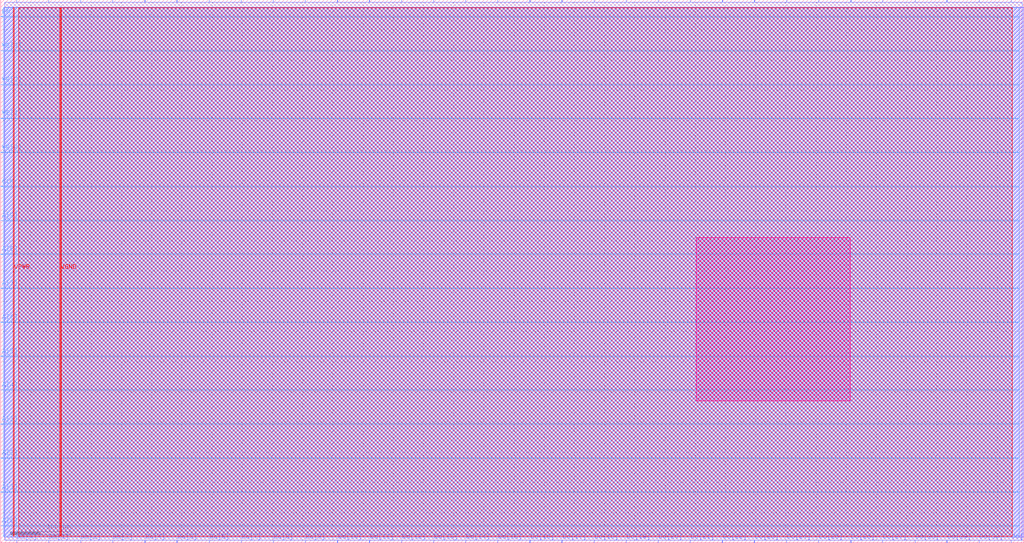
<source format=lef>
VERSION 5.7 ;
  NOWIREEXTENSIONATPIN ON ;
  DIVIDERCHAR "/" ;
  BUSBITCHARS "[]" ;
MACRO DFFRAM_4k
  CLASS BLOCK ;
  FOREIGN DFFRAM_4k ;
  ORIGIN 0.000 0.000 ;
  SIZE 1694.370 BY 900.000 ;
  PIN A[0]
    DIRECTION INPUT ;
    PORT
      LAYER met3 ;
        RECT 0.000 27.920 4.000 28.520 ;
    END
  END A[0]
  PIN A[1]
    DIRECTION INPUT ;
    PORT
      LAYER met3 ;
        RECT 0.000 83.680 4.000 84.280 ;
    END
  END A[1]
  PIN A[2]
    DIRECTION INPUT ;
    PORT
      LAYER met3 ;
        RECT 0.000 140.120 4.000 140.720 ;
    END
  END A[2]
  PIN A[3]
    DIRECTION INPUT ;
    PORT
      LAYER met3 ;
        RECT 0.000 196.560 4.000 197.160 ;
    END
  END A[3]
  PIN A[4]
    DIRECTION INPUT ;
    PORT
      LAYER met3 ;
        RECT 0.000 253.000 4.000 253.600 ;
    END
  END A[4]
  PIN A[5]
    DIRECTION INPUT ;
    PORT
      LAYER met3 ;
        RECT 0.000 308.760 4.000 309.360 ;
    END
  END A[5]
  PIN A[6]
    DIRECTION INPUT ;
    PORT
      LAYER met3 ;
        RECT 0.000 365.200 4.000 365.800 ;
    END
  END A[6]
  PIN A[7]
    DIRECTION INPUT ;
    PORT
      LAYER met3 ;
        RECT 0.000 421.640 4.000 422.240 ;
    END
  END A[7]
  PIN A[8]
    DIRECTION INPUT ;
    PORT
      LAYER met3 ;
        RECT 0.000 478.080 4.000 478.680 ;
    END
  END A[8]
  PIN A[9]
    DIRECTION INPUT ;
    PORT
      LAYER met3 ;
        RECT 0.000 533.840 4.000 534.440 ;
    END
  END A[9]
  PIN CLK
    DIRECTION INPUT ;
    PORT
      LAYER met3 ;
        RECT 0.000 590.280 4.000 590.880 ;
    END
  END CLK
  PIN Di[0]
    DIRECTION INPUT ;
    PORT
      LAYER met2 ;
        RECT 26.310 896.000 26.590 900.000 ;
    END
  END Di[0]
  PIN Di[10]
    DIRECTION INPUT ;
    PORT
      LAYER met2 ;
        RECT 557.610 896.000 557.890 900.000 ;
    END
  END Di[10]
  PIN Di[11]
    DIRECTION INPUT ;
    PORT
      LAYER met2 ;
        RECT 610.510 896.000 610.790 900.000 ;
    END
  END Di[11]
  PIN Di[12]
    DIRECTION INPUT ;
    PORT
      LAYER met2 ;
        RECT 663.870 896.000 664.150 900.000 ;
    END
  END Di[12]
  PIN Di[13]
    DIRECTION INPUT ;
    PORT
      LAYER met2 ;
        RECT 716.770 896.000 717.050 900.000 ;
    END
  END Di[13]
  PIN Di[14]
    DIRECTION INPUT ;
    PORT
      LAYER met2 ;
        RECT 770.130 896.000 770.410 900.000 ;
    END
  END Di[14]
  PIN Di[15]
    DIRECTION INPUT ;
    PORT
      LAYER met2 ;
        RECT 823.030 896.000 823.310 900.000 ;
    END
  END Di[15]
  PIN Di[16]
    DIRECTION INPUT ;
    PORT
      LAYER met2 ;
        RECT 876.390 896.000 876.670 900.000 ;
    END
  END Di[16]
  PIN Di[17]
    DIRECTION INPUT ;
    PORT
      LAYER met2 ;
        RECT 929.290 896.000 929.570 900.000 ;
    END
  END Di[17]
  PIN Di[18]
    DIRECTION INPUT ;
    PORT
      LAYER met2 ;
        RECT 982.650 896.000 982.930 900.000 ;
    END
  END Di[18]
  PIN Di[19]
    DIRECTION INPUT ;
    PORT
      LAYER met2 ;
        RECT 1035.550 896.000 1035.830 900.000 ;
    END
  END Di[19]
  PIN Di[1]
    DIRECTION INPUT ;
    PORT
      LAYER met2 ;
        RECT 79.210 896.000 79.490 900.000 ;
    END
  END Di[1]
  PIN Di[20]
    DIRECTION INPUT ;
    PORT
      LAYER met2 ;
        RECT 1088.910 896.000 1089.190 900.000 ;
    END
  END Di[20]
  PIN Di[21]
    DIRECTION INPUT ;
    PORT
      LAYER met2 ;
        RECT 1141.810 896.000 1142.090 900.000 ;
    END
  END Di[21]
  PIN Di[22]
    DIRECTION INPUT ;
    PORT
      LAYER met2 ;
        RECT 1195.170 896.000 1195.450 900.000 ;
    END
  END Di[22]
  PIN Di[23]
    DIRECTION INPUT ;
    PORT
      LAYER met2 ;
        RECT 1248.070 896.000 1248.350 900.000 ;
    END
  END Di[23]
  PIN Di[24]
    DIRECTION INPUT ;
    PORT
      LAYER met2 ;
        RECT 1301.430 896.000 1301.710 900.000 ;
    END
  END Di[24]
  PIN Di[25]
    DIRECTION INPUT ;
    PORT
      LAYER met2 ;
        RECT 1354.330 896.000 1354.610 900.000 ;
    END
  END Di[25]
  PIN Di[26]
    DIRECTION INPUT ;
    PORT
      LAYER met2 ;
        RECT 1407.690 896.000 1407.970 900.000 ;
    END
  END Di[26]
  PIN Di[27]
    DIRECTION INPUT ;
    PORT
      LAYER met2 ;
        RECT 1460.590 896.000 1460.870 900.000 ;
    END
  END Di[27]
  PIN Di[28]
    DIRECTION INPUT ;
    PORT
      LAYER met2 ;
        RECT 1513.950 896.000 1514.230 900.000 ;
    END
  END Di[28]
  PIN Di[29]
    DIRECTION INPUT ;
    PORT
      LAYER met2 ;
        RECT 1566.850 896.000 1567.130 900.000 ;
    END
  END Di[29]
  PIN Di[2]
    DIRECTION INPUT ;
    PORT
      LAYER met2 ;
        RECT 132.570 896.000 132.850 900.000 ;
    END
  END Di[2]
  PIN Di[30]
    DIRECTION INPUT ;
    PORT
      LAYER met2 ;
        RECT 1620.210 896.000 1620.490 900.000 ;
    END
  END Di[30]
  PIN Di[31]
    DIRECTION INPUT ;
    PORT
      LAYER met2 ;
        RECT 1673.110 896.000 1673.390 900.000 ;
    END
  END Di[31]
  PIN Di[3]
    DIRECTION INPUT ;
    PORT
      LAYER met2 ;
        RECT 185.470 896.000 185.750 900.000 ;
    END
  END Di[3]
  PIN Di[4]
    DIRECTION INPUT ;
    PORT
      LAYER met2 ;
        RECT 238.830 896.000 239.110 900.000 ;
    END
  END Di[4]
  PIN Di[5]
    DIRECTION INPUT ;
    PORT
      LAYER met2 ;
        RECT 291.730 896.000 292.010 900.000 ;
    END
  END Di[5]
  PIN Di[6]
    DIRECTION INPUT ;
    PORT
      LAYER met2 ;
        RECT 345.090 896.000 345.370 900.000 ;
    END
  END Di[6]
  PIN Di[7]
    DIRECTION INPUT ;
    PORT
      LAYER met2 ;
        RECT 397.990 896.000 398.270 900.000 ;
    END
  END Di[7]
  PIN Di[8]
    DIRECTION INPUT ;
    PORT
      LAYER met2 ;
        RECT 451.350 896.000 451.630 900.000 ;
    END
  END Di[8]
  PIN Di[9]
    DIRECTION INPUT ;
    PORT
      LAYER met2 ;
        RECT 504.250 896.000 504.530 900.000 ;
    END
  END Di[9]
  PIN Do[0]
    DIRECTION OUTPUT TRISTATE ;
    PORT
      LAYER met2 ;
        RECT 26.310 0.000 26.590 4.000 ;
    END
  END Do[0]
  PIN Do[10]
    DIRECTION OUTPUT TRISTATE ;
    PORT
      LAYER met2 ;
        RECT 557.610 0.000 557.890 4.000 ;
    END
  END Do[10]
  PIN Do[11]
    DIRECTION OUTPUT TRISTATE ;
    PORT
      LAYER met2 ;
        RECT 610.510 0.000 610.790 4.000 ;
    END
  END Do[11]
  PIN Do[12]
    DIRECTION OUTPUT TRISTATE ;
    PORT
      LAYER met2 ;
        RECT 663.870 0.000 664.150 4.000 ;
    END
  END Do[12]
  PIN Do[13]
    DIRECTION OUTPUT TRISTATE ;
    PORT
      LAYER met2 ;
        RECT 716.770 0.000 717.050 4.000 ;
    END
  END Do[13]
  PIN Do[14]
    DIRECTION OUTPUT TRISTATE ;
    PORT
      LAYER met2 ;
        RECT 770.130 0.000 770.410 4.000 ;
    END
  END Do[14]
  PIN Do[15]
    DIRECTION OUTPUT TRISTATE ;
    PORT
      LAYER met2 ;
        RECT 823.030 0.000 823.310 4.000 ;
    END
  END Do[15]
  PIN Do[16]
    DIRECTION OUTPUT TRISTATE ;
    PORT
      LAYER met2 ;
        RECT 876.390 0.000 876.670 4.000 ;
    END
  END Do[16]
  PIN Do[17]
    DIRECTION OUTPUT TRISTATE ;
    PORT
      LAYER met2 ;
        RECT 929.290 0.000 929.570 4.000 ;
    END
  END Do[17]
  PIN Do[18]
    DIRECTION OUTPUT TRISTATE ;
    PORT
      LAYER met2 ;
        RECT 982.650 0.000 982.930 4.000 ;
    END
  END Do[18]
  PIN Do[19]
    DIRECTION OUTPUT TRISTATE ;
    PORT
      LAYER met2 ;
        RECT 1035.550 0.000 1035.830 4.000 ;
    END
  END Do[19]
  PIN Do[1]
    DIRECTION OUTPUT TRISTATE ;
    PORT
      LAYER met2 ;
        RECT 79.210 0.000 79.490 4.000 ;
    END
  END Do[1]
  PIN Do[20]
    DIRECTION OUTPUT TRISTATE ;
    PORT
      LAYER met2 ;
        RECT 1088.910 0.000 1089.190 4.000 ;
    END
  END Do[20]
  PIN Do[21]
    DIRECTION OUTPUT TRISTATE ;
    PORT
      LAYER met2 ;
        RECT 1141.810 0.000 1142.090 4.000 ;
    END
  END Do[21]
  PIN Do[22]
    DIRECTION OUTPUT TRISTATE ;
    PORT
      LAYER met2 ;
        RECT 1195.170 0.000 1195.450 4.000 ;
    END
  END Do[22]
  PIN Do[23]
    DIRECTION OUTPUT TRISTATE ;
    PORT
      LAYER met2 ;
        RECT 1248.070 0.000 1248.350 4.000 ;
    END
  END Do[23]
  PIN Do[24]
    DIRECTION OUTPUT TRISTATE ;
    PORT
      LAYER met2 ;
        RECT 1301.430 0.000 1301.710 4.000 ;
    END
  END Do[24]
  PIN Do[25]
    DIRECTION OUTPUT TRISTATE ;
    PORT
      LAYER met2 ;
        RECT 1354.330 0.000 1354.610 4.000 ;
    END
  END Do[25]
  PIN Do[26]
    DIRECTION OUTPUT TRISTATE ;
    PORT
      LAYER met2 ;
        RECT 1407.690 0.000 1407.970 4.000 ;
    END
  END Do[26]
  PIN Do[27]
    DIRECTION OUTPUT TRISTATE ;
    PORT
      LAYER met2 ;
        RECT 1460.590 0.000 1460.870 4.000 ;
    END
  END Do[27]
  PIN Do[28]
    DIRECTION OUTPUT TRISTATE ;
    PORT
      LAYER met2 ;
        RECT 1513.950 0.000 1514.230 4.000 ;
    END
  END Do[28]
  PIN Do[29]
    DIRECTION OUTPUT TRISTATE ;
    PORT
      LAYER met2 ;
        RECT 1566.850 0.000 1567.130 4.000 ;
    END
  END Do[29]
  PIN Do[2]
    DIRECTION OUTPUT TRISTATE ;
    PORT
      LAYER met2 ;
        RECT 132.570 0.000 132.850 4.000 ;
    END
  END Do[2]
  PIN Do[30]
    DIRECTION OUTPUT TRISTATE ;
    PORT
      LAYER met2 ;
        RECT 1620.210 0.000 1620.490 4.000 ;
    END
  END Do[30]
  PIN Do[31]
    DIRECTION OUTPUT TRISTATE ;
    PORT
      LAYER met2 ;
        RECT 1673.110 0.000 1673.390 4.000 ;
    END
  END Do[31]
  PIN Do[3]
    DIRECTION OUTPUT TRISTATE ;
    PORT
      LAYER met2 ;
        RECT 185.470 0.000 185.750 4.000 ;
    END
  END Do[3]
  PIN Do[4]
    DIRECTION OUTPUT TRISTATE ;
    PORT
      LAYER met2 ;
        RECT 238.830 0.000 239.110 4.000 ;
    END
  END Do[4]
  PIN Do[5]
    DIRECTION OUTPUT TRISTATE ;
    PORT
      LAYER met2 ;
        RECT 291.730 0.000 292.010 4.000 ;
    END
  END Do[5]
  PIN Do[6]
    DIRECTION OUTPUT TRISTATE ;
    PORT
      LAYER met2 ;
        RECT 345.090 0.000 345.370 4.000 ;
    END
  END Do[6]
  PIN Do[7]
    DIRECTION OUTPUT TRISTATE ;
    PORT
      LAYER met2 ;
        RECT 397.990 0.000 398.270 4.000 ;
    END
  END Do[7]
  PIN Do[8]
    DIRECTION OUTPUT TRISTATE ;
    PORT
      LAYER met2 ;
        RECT 451.350 0.000 451.630 4.000 ;
    END
  END Do[8]
  PIN Do[9]
    DIRECTION OUTPUT TRISTATE ;
    PORT
      LAYER met2 ;
        RECT 504.250 0.000 504.530 4.000 ;
    END
  END Do[9]
  PIN EN
    DIRECTION INPUT ;
    PORT
      LAYER met3 ;
        RECT 0.000 871.800 4.000 872.400 ;
    END
  END EN
  PIN WE[0]
    DIRECTION INPUT ;
    PORT
      LAYER met3 ;
        RECT 0.000 646.720 4.000 647.320 ;
    END
  END WE[0]
  PIN WE[1]
    DIRECTION INPUT ;
    PORT
      LAYER met3 ;
        RECT 0.000 703.160 4.000 703.760 ;
    END
  END WE[1]
  PIN WE[2]
    DIRECTION INPUT ;
    PORT
      LAYER met3 ;
        RECT 0.000 758.920 4.000 759.520 ;
    END
  END WE[2]
  PIN WE[3]
    DIRECTION INPUT ;
    PORT
      LAYER met3 ;
        RECT 0.000 815.360 4.000 815.960 ;
    END
  END WE[3]
  PIN VPWR
    DIRECTION INPUT ;
    USE POWER ;
    PORT
      LAYER met4 ;
        RECT 21.040 10.640 22.640 886.960 ;
    END
  END VPWR
  PIN VGND
    DIRECTION INPUT ;
    USE GROUND ;
    PORT
      LAYER met4 ;
        RECT 97.840 10.640 99.440 886.960 ;
    END
  END VGND
  OBS
      LAYER li1 ;
        RECT 5.520 10.795 1694.180 886.805 ;
      LAYER met1 ;
        RECT 5.520 8.880 1694.180 887.360 ;
      LAYER met2 ;
        RECT 7.000 895.720 26.030 896.000 ;
        RECT 26.870 895.720 78.930 896.000 ;
        RECT 79.770 895.720 132.290 896.000 ;
        RECT 133.130 895.720 185.190 896.000 ;
        RECT 186.030 895.720 238.550 896.000 ;
        RECT 239.390 895.720 291.450 896.000 ;
        RECT 292.290 895.720 344.810 896.000 ;
        RECT 345.650 895.720 397.710 896.000 ;
        RECT 398.550 895.720 451.070 896.000 ;
        RECT 451.910 895.720 503.970 896.000 ;
        RECT 504.810 895.720 557.330 896.000 ;
        RECT 558.170 895.720 610.230 896.000 ;
        RECT 611.070 895.720 663.590 896.000 ;
        RECT 664.430 895.720 716.490 896.000 ;
        RECT 717.330 895.720 769.850 896.000 ;
        RECT 770.690 895.720 822.750 896.000 ;
        RECT 823.590 895.720 876.110 896.000 ;
        RECT 876.950 895.720 929.010 896.000 ;
        RECT 929.850 895.720 982.370 896.000 ;
        RECT 983.210 895.720 1035.270 896.000 ;
        RECT 1036.110 895.720 1088.630 896.000 ;
        RECT 1089.470 895.720 1141.530 896.000 ;
        RECT 1142.370 895.720 1194.890 896.000 ;
        RECT 1195.730 895.720 1247.790 896.000 ;
        RECT 1248.630 895.720 1301.150 896.000 ;
        RECT 1301.990 895.720 1354.050 896.000 ;
        RECT 1354.890 895.720 1407.410 896.000 ;
        RECT 1408.250 895.720 1460.310 896.000 ;
        RECT 1461.150 895.720 1513.670 896.000 ;
        RECT 1514.510 895.720 1566.570 896.000 ;
        RECT 1567.410 895.720 1619.930 896.000 ;
        RECT 1620.770 895.720 1672.830 896.000 ;
        RECT 1673.670 895.720 1691.320 896.000 ;
        RECT 7.000 4.280 1691.320 895.720 ;
        RECT 7.000 4.000 26.030 4.280 ;
        RECT 26.870 4.000 78.930 4.280 ;
        RECT 79.770 4.000 132.290 4.280 ;
        RECT 133.130 4.000 185.190 4.280 ;
        RECT 186.030 4.000 238.550 4.280 ;
        RECT 239.390 4.000 291.450 4.280 ;
        RECT 292.290 4.000 344.810 4.280 ;
        RECT 345.650 4.000 397.710 4.280 ;
        RECT 398.550 4.000 451.070 4.280 ;
        RECT 451.910 4.000 503.970 4.280 ;
        RECT 504.810 4.000 557.330 4.280 ;
        RECT 558.170 4.000 610.230 4.280 ;
        RECT 611.070 4.000 663.590 4.280 ;
        RECT 664.430 4.000 716.490 4.280 ;
        RECT 717.330 4.000 769.850 4.280 ;
        RECT 770.690 4.000 822.750 4.280 ;
        RECT 823.590 4.000 876.110 4.280 ;
        RECT 876.950 4.000 929.010 4.280 ;
        RECT 929.850 4.000 982.370 4.280 ;
        RECT 983.210 4.000 1035.270 4.280 ;
        RECT 1036.110 4.000 1088.630 4.280 ;
        RECT 1089.470 4.000 1141.530 4.280 ;
        RECT 1142.370 4.000 1194.890 4.280 ;
        RECT 1195.730 4.000 1247.790 4.280 ;
        RECT 1248.630 4.000 1301.150 4.280 ;
        RECT 1301.990 4.000 1354.050 4.280 ;
        RECT 1354.890 4.000 1407.410 4.280 ;
        RECT 1408.250 4.000 1460.310 4.280 ;
        RECT 1461.150 4.000 1513.670 4.280 ;
        RECT 1514.510 4.000 1566.570 4.280 ;
        RECT 1567.410 4.000 1619.930 4.280 ;
        RECT 1620.770 4.000 1672.830 4.280 ;
        RECT 1673.670 4.000 1691.320 4.280 ;
      LAYER met3 ;
        RECT 4.000 872.800 1686.295 886.885 ;
        RECT 4.400 871.400 1686.295 872.800 ;
        RECT 4.000 816.360 1686.295 871.400 ;
        RECT 4.400 814.960 1686.295 816.360 ;
        RECT 4.000 759.920 1686.295 814.960 ;
        RECT 4.400 758.520 1686.295 759.920 ;
        RECT 4.000 704.160 1686.295 758.520 ;
        RECT 4.400 702.760 1686.295 704.160 ;
        RECT 4.000 647.720 1686.295 702.760 ;
        RECT 4.400 646.320 1686.295 647.720 ;
        RECT 4.000 591.280 1686.295 646.320 ;
        RECT 4.400 589.880 1686.295 591.280 ;
        RECT 4.000 534.840 1686.295 589.880 ;
        RECT 4.400 533.440 1686.295 534.840 ;
        RECT 4.000 479.080 1686.295 533.440 ;
        RECT 4.400 477.680 1686.295 479.080 ;
        RECT 4.000 422.640 1686.295 477.680 ;
        RECT 4.400 421.240 1686.295 422.640 ;
        RECT 4.000 366.200 1686.295 421.240 ;
        RECT 4.400 364.800 1686.295 366.200 ;
        RECT 4.000 309.760 1686.295 364.800 ;
        RECT 4.400 308.360 1686.295 309.760 ;
        RECT 4.000 254.000 1686.295 308.360 ;
        RECT 4.400 252.600 1686.295 254.000 ;
        RECT 4.000 197.560 1686.295 252.600 ;
        RECT 4.400 196.160 1686.295 197.560 ;
        RECT 4.000 141.120 1686.295 196.160 ;
        RECT 4.400 139.720 1686.295 141.120 ;
        RECT 4.000 84.680 1686.295 139.720 ;
        RECT 4.400 83.280 1686.295 84.680 ;
        RECT 4.000 28.920 1686.295 83.280 ;
        RECT 4.400 27.520 1686.295 28.920 ;
        RECT 4.000 10.715 1686.295 27.520 ;
      LAYER met4 ;
        RECT 29.735 10.640 97.440 886.960 ;
        RECT 99.840 10.640 1675.025 886.960 ;
      LAYER met5 ;
        RECT 1151.500 235.500 1407.020 505.700 ;
  END
END DFFRAM_4k
END LIBRARY


</source>
